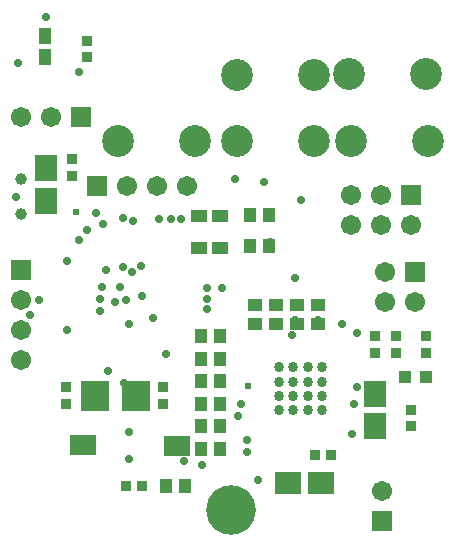
<source format=gbs>
G04*
G04 #@! TF.GenerationSoftware,Altium Limited,Altium Designer,18.0.11 (651)*
G04*
G04 Layer_Color=16711935*
%FSLAX25Y25*%
%MOIN*%
G70*
G01*
G75*
%ADD35R,0.04599X0.03950*%
%ADD36R,0.05800X0.04300*%
%ADD37R,0.03950X0.04599*%
%ADD38R,0.03800X0.03800*%
%ADD40R,0.03800X0.03800*%
%ADD46R,0.07493X0.08674*%
%ADD49C,0.06706*%
%ADD50R,0.06706X0.06706*%
%ADD51C,0.03950*%
%ADD52C,0.10642*%
%ADD53R,0.06706X0.06706*%
%ADD54C,0.02769*%
%ADD55C,0.02375*%
%ADD56C,0.16548*%
%ADD72R,0.04300X0.05800*%
%ADD73R,0.08674X0.06706*%
%ADD74R,0.08674X0.07493*%
%ADD75R,0.04300X0.04300*%
%ADD76R,0.09461X0.10249*%
%ADD77C,0.03398*%
D35*
X86000Y-108299D02*
D03*
Y-102000D02*
D03*
X93000Y-108299D02*
D03*
Y-102000D02*
D03*
X100000Y-108299D02*
D03*
Y-102000D02*
D03*
X107000Y-108299D02*
D03*
Y-102000D02*
D03*
D36*
X67500Y-83000D02*
D03*
X74500D02*
D03*
X67500Y-72300D02*
D03*
X74500D02*
D03*
D37*
X84500Y-72000D02*
D03*
X90799D02*
D03*
X62799Y-162500D02*
D03*
X56500D02*
D03*
X84500Y-82500D02*
D03*
X90799D02*
D03*
X74500Y-150000D02*
D03*
X68201D02*
D03*
X74500Y-142500D02*
D03*
X68201D02*
D03*
X74500Y-135000D02*
D03*
X68201D02*
D03*
X74500Y-127500D02*
D03*
X68201D02*
D03*
X74500Y-112500D02*
D03*
X68201D02*
D03*
X74500Y-120000D02*
D03*
X68201D02*
D03*
D38*
X43000Y-162500D02*
D03*
X48500Y-162400D02*
D03*
X106000Y-152100D02*
D03*
X111500Y-152000D02*
D03*
D40*
X55500Y-135000D02*
D03*
X55400Y-129500D02*
D03*
X23135Y-135021D02*
D03*
X23035Y-129521D02*
D03*
X25000Y-53500D02*
D03*
X25100Y-59000D02*
D03*
X138000Y-142500D02*
D03*
X137900Y-137000D02*
D03*
X142900Y-112500D02*
D03*
X143000Y-118000D02*
D03*
X132900Y-112500D02*
D03*
X133000Y-118000D02*
D03*
X126000Y-112500D02*
D03*
X126100Y-118000D02*
D03*
X29900Y-14000D02*
D03*
X30000Y-19500D02*
D03*
D46*
X16500Y-67315D02*
D03*
Y-56500D02*
D03*
X126000Y-131685D02*
D03*
Y-142500D02*
D03*
D49*
X129500Y-101000D02*
D03*
Y-91000D02*
D03*
X139500Y-101000D02*
D03*
X63500Y-62500D02*
D03*
X53500D02*
D03*
X43500D02*
D03*
X18000Y-39500D02*
D03*
X8000D02*
D03*
X128500Y-164000D02*
D03*
X8000Y-120500D02*
D03*
Y-110500D02*
D03*
Y-100500D02*
D03*
X138000Y-75500D02*
D03*
X128000Y-65500D02*
D03*
Y-75500D02*
D03*
X118000Y-65500D02*
D03*
Y-75500D02*
D03*
D50*
X139500Y-91000D02*
D03*
X33500Y-62500D02*
D03*
X28000Y-39500D02*
D03*
X138000Y-65500D02*
D03*
D51*
X8000Y-71905D02*
D03*
Y-60094D02*
D03*
D52*
X66000Y-47500D02*
D03*
X40409D02*
D03*
X80000Y-25500D02*
D03*
X105591D02*
D03*
X80000Y-47500D02*
D03*
X105591D02*
D03*
X143591D02*
D03*
X118000D02*
D03*
X117409Y-25000D02*
D03*
X143000D02*
D03*
D53*
X128500Y-174000D02*
D03*
X8000Y-90500D02*
D03*
D54*
X16500Y-6000D02*
D03*
X7000Y-21500D02*
D03*
X29900Y-14000D02*
D03*
X91000Y-81000D02*
D03*
Y-72500D02*
D03*
X6500Y-66000D02*
D03*
X30000Y-77000D02*
D03*
X27500Y-80500D02*
D03*
X33000Y-71500D02*
D03*
X89000Y-61000D02*
D03*
X16000Y-57000D02*
D03*
X25000Y-53500D02*
D03*
X27500Y-24500D02*
D03*
X35500Y-75000D02*
D03*
X67500Y-72000D02*
D03*
Y-83000D02*
D03*
X61500Y-73500D02*
D03*
X48000Y-89000D02*
D03*
X45000Y-91000D02*
D03*
X58000Y-73500D02*
D03*
X42000Y-89500D02*
D03*
X54000Y-73500D02*
D03*
X79500Y-60000D02*
D03*
X45500Y-74000D02*
D03*
X42000Y-73000D02*
D03*
X36500Y-90500D02*
D03*
X101500Y-67000D02*
D03*
X41000Y-96000D02*
D03*
X39500Y-101000D02*
D03*
X48500Y-99000D02*
D03*
X43000Y-100500D02*
D03*
X37000Y-124000D02*
D03*
X99500Y-93000D02*
D03*
X115000Y-108500D02*
D03*
X107000Y-107000D02*
D03*
X98500Y-112000D02*
D03*
X99500Y-107000D02*
D03*
X100000Y-102000D02*
D03*
X92500Y-108500D02*
D03*
X52000Y-106500D02*
D03*
X23500Y-87500D02*
D03*
Y-110500D02*
D03*
X87000Y-160500D02*
D03*
X68500Y-155500D02*
D03*
X83500Y-151000D02*
D03*
X75000Y-96500D02*
D03*
X83500Y-147000D02*
D03*
X63000Y-162500D02*
D03*
X44000Y-108500D02*
D03*
X68201Y-135000D02*
D03*
Y-127500D02*
D03*
X57000Y-162000D02*
D03*
X62500Y-154000D02*
D03*
X43000Y-162500D02*
D03*
X44000Y-153500D02*
D03*
Y-144500D02*
D03*
X42500Y-128000D02*
D03*
X126000Y-112500D02*
D03*
X120000Y-111500D02*
D03*
Y-129500D02*
D03*
X119000Y-135000D02*
D03*
X126500Y-144500D02*
D03*
X118500Y-145000D02*
D03*
X105500Y-160000D02*
D03*
X35000Y-96000D02*
D03*
X80500Y-139000D02*
D03*
X70000Y-96500D02*
D03*
X81500Y-135000D02*
D03*
X74000D02*
D03*
X56500Y-118500D02*
D03*
X70000Y-100000D02*
D03*
Y-103500D02*
D03*
X74500Y-150500D02*
D03*
X75000Y-143000D02*
D03*
X74500Y-127500D02*
D03*
Y-120000D02*
D03*
Y-112500D02*
D03*
X86000Y-108500D02*
D03*
X34500Y-104000D02*
D03*
X11000Y-105500D02*
D03*
X34500Y-100000D02*
D03*
X14000Y-100500D02*
D03*
D55*
X26500Y-71000D02*
D03*
X83563Y-129063D02*
D03*
D56*
X78000Y-170500D02*
D03*
D72*
X16000Y-19500D02*
D03*
Y-12500D02*
D03*
D73*
X60000Y-149000D02*
D03*
X28769Y-148921D02*
D03*
D74*
X108000Y-161500D02*
D03*
X97185D02*
D03*
D75*
X136000Y-126000D02*
D03*
X143000D02*
D03*
D76*
X32610Y-132500D02*
D03*
X46390D02*
D03*
D77*
X94134Y-137134D02*
D03*
Y-132409D02*
D03*
Y-127685D02*
D03*
Y-122961D02*
D03*
X98858Y-137134D02*
D03*
Y-132409D02*
D03*
Y-127685D02*
D03*
Y-122961D02*
D03*
X103583Y-137134D02*
D03*
Y-132409D02*
D03*
Y-127685D02*
D03*
Y-122961D02*
D03*
X108307Y-137134D02*
D03*
Y-132409D02*
D03*
Y-127685D02*
D03*
Y-122961D02*
D03*
M02*

</source>
